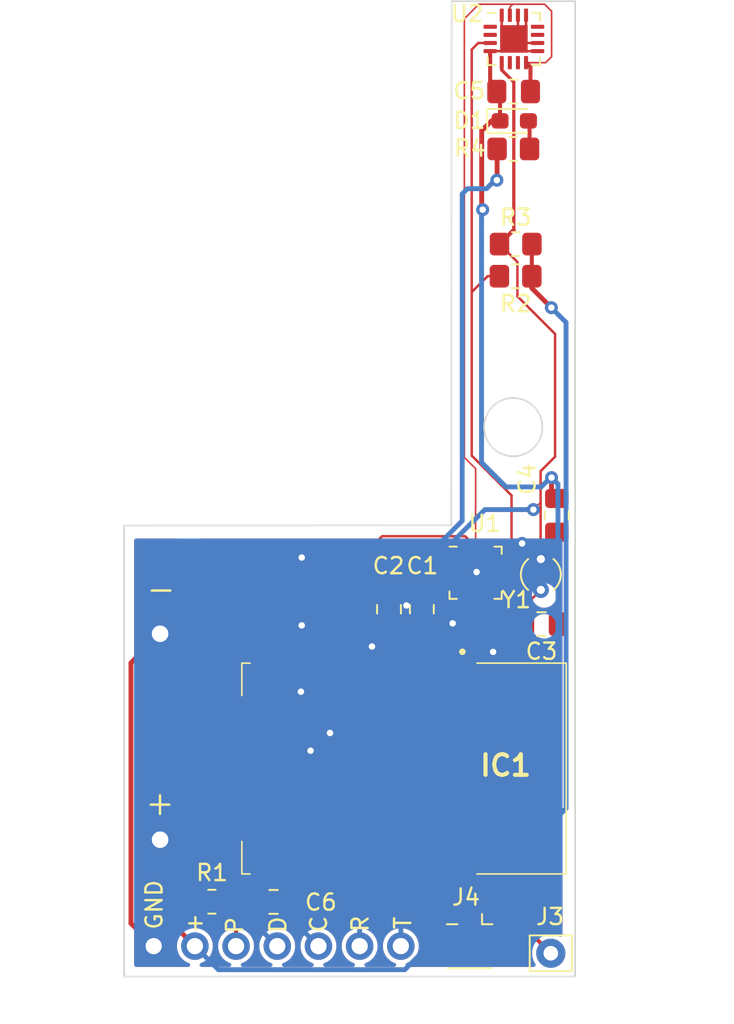
<source format=kicad_pcb>
(kicad_pcb (version 20221018) (generator pcbnew)
  (layers (0 "F.Cu" signal) (31 "B.Cu" signal) (34 "B.Paste" user) (35 "F.Paste" user) (36 "B.SilkS" user "B.Silkscreen") (37 "F.SilkS" user "F.Silkscreen") (38 "B.Mask" user) (39 "F.Mask" user) (44 "Edge.Cuts" user))
  (net 0 "")
  (net 1 "GND")
  (net 2 "VCC")
  (net 3 "Net-(U1-PB2)")
  (net 4 "Net-(IC1-VDD_IO)")
  (net 5 "Net-(D1-A)")
  (net 11 "Net-(IC1-GPIO4)")
  (net 18 "Net-(IC1-RST_N)")
  (net 23 "Net-(IC1-RF_IO)")
  (net 24 "Net-(U1-~{RESET}{slash}PA0)")
  (net 25 "/SCL")
  (net 26 "/SDA")
  (net 32 "/SF_RX")
  (net 33 "/SF_TX")
  (net 35 "Net-(J2-Pin_3)")
  (net 36 "Net-(U1-PB3)")
  (net 45 "Net-(U1-PC3)")
  (footprint "Crystal:Crystal_C26-LF_D2.1mm_L6.5mm_Vertical" (layer "F.Cu") (at 139.362 72.297 90)
    (fp_text reference "Y1" (at -0.611 -1.516) (layer "F.SilkS"))
    (fp_text value "32.768 kHz")
    (fp_arc (start 0 -0.781281) (mid 0.949655 -1.23) (end 1.899561 -0.781814) (stroke (width 0.12)) (layer "F.SilkS"))
    (fp_arc (start 1.899561 0.781814) (mid 0.949655 1.23) (end 0 0.781281) (stroke (width 0.12)) (layer "F.SilkS"))
    (pad "1" thru_hole circle (at 0 0 90) (size 1 1) (drill 0.5) (layers "*.Cu" "*.Mask") (net 36 "Net-(U1-PB3)"))
    (pad "2" thru_hole circle (at 1.9 0 90) (size 1 1) (drill 0.5) (layers "*.Cu" "*.Mask") (net 3 "Net-(U1-PB2)"))
  )
  (footprint "Connector_Pin:Pin_D0.9mm_L10.0mm_W2.4mm_FlatFork" (layer "F.Cu") (at 139.976 94.702)
    (fp_text reference "J3" (at -0.047 -2.254) (layer "F.SilkS"))
    (fp_text value "Conn_01x01_Female")
    (fp_line (start -1.3 -1.1) (end -1.3 0.6) (stroke (width 0.12)) (layer "F.SilkS"))
    (fp_line (start -1.3 0.6) (end -1.3 1.1) (stroke (width 0.12)) (layer "F.SilkS"))
    (fp_line (start -1.3 1.1) (end 1.3 1.1) (stroke (width 0.12)) (layer "F.SilkS"))
    (fp_line (start 1.3 -1.1) (end -1.3 -1.1) (stroke (width 0.12)) (layer "F.SilkS"))
    (fp_line (start 1.3 1.1) (end 1.3 -1.1) (stroke (width 0.12)) (layer "F.SilkS"))
    (pad "1" thru_hole circle (at 0 0) (size 1.8 1.8) (drill 0.9) (layers "*.Cu" "*.Mask") (net 23 "Net-(IC1-RF_IO)"))
  )
  (footprint "Capacitor_SMD:C_0805_2012Metric_Pad1.18x1.45mm_HandSolder" (layer "F.Cu") (at 132.024 73.4895 -90)
    (fp_text reference "C1" (at -2.6775 -0.03) (layer "F.SilkS"))
    (fp_text value "10u")
    (fp_line (start -0.261252 -0.735) (end 0.261252 -0.735) (stroke (width 0.12)) (layer "F.SilkS"))
    (fp_line (start -0.261252 0.735) (end 0.261252 0.735) (stroke (width 0.12)) (layer "F.SilkS"))
    (pad "1" smd roundrect (at -1.0375 0 270) (size 1.175 1.45) (layers "F.Cu" "F.Paste" "F.Mask") (roundrect_rratio 0.212766) (net 1 "GND"))
    (pad "2" smd roundrect (at 1.0375 0 270) (size 1.175 1.45) (layers "F.Cu" "F.Paste" "F.Mask") (roundrect_rratio 0.212766) (net 2 "VCC"))
  )
  (footprint "Package_DFN_QFN:QFN-16-1EP_3x3mm_P0.5mm_EP1.7x1.7mm" (layer "F.Cu") (at 137.7 38.323)
    (fp_text reference "U2" (at -2.883 -1.553) (layer "F.SilkS"))
    (fp_text value "MLX90393" hide)
    (fp_line (start -1.61 1.61) (end -1.61 1.135) (stroke (width 0.12)) (layer "F.SilkS"))
    (fp_line (start -1.135 -1.61) (end -1.61 -1.61) (stroke (width 0.12)) (layer "F.SilkS"))
    (fp_line (start -1.135 1.61) (end -1.61 1.61) (stroke (width 0.12)) (layer "F.SilkS"))
    (fp_line (start 1.135 -1.61) (end 1.61 -1.61) (stroke (width 0.12)) (layer "F.SilkS"))
    (fp_line (start 1.135 1.61) (end 1.61 1.61) (stroke (width 0.12)) (layer "F.SilkS"))
    (fp_line (start 1.61 -1.61) (end 1.61 -1.135) (stroke (width 0.12)) (layer "F.SilkS"))
    (fp_line (start 1.61 1.61) (end 1.61 1.135) (stroke (width 0.12)) (layer "F.SilkS"))
    (pad "1" smd roundrect (at -1.4625 -0.75) (size 0.825 0.25) (layers "F.Cu" "F.Paste" "F.Mask"))
    (pad "2" smd roundrect (at -1.4625 -0.25) (size 0.825 0.25) (layers "F.Cu" "F.Paste" "F.Mask"))
    (pad "3" smd roundrect (at -1.4625 0.25) (size 0.825 0.25) (layers "F.Cu" "F.Paste" "F.Mask") (net 25 "/SCL"))
    (pad "4" smd roundrect (at -1.4625 0.75) (size 0.825 0.25) (layers "F.Cu" "F.Paste" "F.Mask") (net 1 "GND"))
    (pad "5" smd roundrect (at -0.75 1.4625) (size 0.25 0.825) (layers "F.Cu" "F.Paste" "F.Mask") (net 26 "/SDA"))
    (pad "6" smd roundrect (at -0.25 1.4625) (size 0.25 0.825) (layers "F.Cu" "F.Paste" "F.Mask"))
    (pad "7" smd roundrect (at 0.25 1.4625) (size 0.25 0.825) (layers "F.Cu" "F.Paste" "F.Mask"))
    (pad "8" smd roundrect (at 0.75 1.4625) (size 0.25 0.825) (layers "F.Cu" "F.Paste" "F.Mask") (net 45 "Net-(U1-PC3)"))
    (pad "9" smd roundrect (at 1.4625 0.75) (size 0.825 0.25) (layers "F.Cu" "F.Paste" "F.Mask") (net 1 "GND"))
    (pad "10" smd roundrect (at 1.4625 0.25) (size 0.825 0.25) (layers "F.Cu" "F.Paste" "F.Mask") (net 1 "GND"))
    (pad "11" smd roundrect (at 1.4625 -0.25) (size 0.825 0.25) (layers "F.Cu" "F.Paste" "F.Mask"))
    (pad "12" smd roundrect (at 1.4625 -0.75) (size 0.825 0.25) (layers "F.Cu" "F.Paste" "F.Mask"))
    (pad "13" smd roundrect (at 0.75 -1.4625) (size 0.25 0.825) (layers "F.Cu" "F.Paste" "F.Mask") (net 1 "GND"))
    (pad "14" smd roundrect (at 0.25 -1.4625) (size 0.25 0.825) (layers "F.Cu" "F.Paste" "F.Mask") (net 1 "GND"))
    (pad "15" smd roundrect (at -0.25 -1.4625) (size 0.25 0.825) (layers "F.Cu" "F.Paste" "F.Mask") (net 45 "Net-(U1-PC3)"))
    (pad "16" smd roundrect (at -0.75 -1.4625) (size 0.25 0.825) (layers "F.Cu" "F.Paste" "F.Mask") (net 1 "GND"))
    (pad "17" smd rect (at 0 0) (size 1.7 1.7) (layers "F.Cu" "F.Mask") (net 1 "GND"))
  )
  (footprint "Capacitor_SMD:C_0805_2012Metric_Pad1.18x1.45mm_HandSolder" (layer "F.Cu") (at 129.997 73.4905 -90)
    (fp_text reference "C2" (at -2.6785 0.031) (layer "F.SilkS"))
    (fp_text value "100n")
    (fp_line (start -0.261252 -0.735) (end 0.261252 -0.735) (stroke (width 0.12)) (layer "F.SilkS"))
    (fp_line (start -0.261252 0.735) (end 0.261252 0.735) (stroke (width 0.12)) (layer "F.SilkS"))
    (pad "1" smd roundrect (at -1.0375 0 270) (size 1.175 1.45) (layers "F.Cu" "F.Paste" "F.Mask") (roundrect_rratio 0.212766) (net 1 "GND"))
    (pad "2" smd roundrect (at 1.0375 0 270) (size 1.175 1.45) (layers "F.Cu" "F.Paste" "F.Mask") (roundrect_rratio 0.212766) (net 2 "VCC"))
  )
  (footprint "Resistor_SMD:R_0805_2012Metric_Pad1.20x1.40mm_HandSolder" (layer "F.Cu") (at 137.807 52.954)
    (fp_text reference "R2" (at 0.003 1.695) (layer "F.SilkS"))
    (fp_text value "2.2k")
    (fp_line (start -0.227064 -0.735) (end 0.227064 -0.735) (stroke (width 0.12)) (layer "F.SilkS"))
    (fp_line (start -0.227064 0.735) (end 0.227064 0.735) (stroke (width 0.12)) (layer "F.SilkS"))
    (pad "1" smd roundrect (at -1 0) (size 1.2 1.4) (layers "F.Cu" "F.Paste" "F.Mask") (roundrect_rratio 0.208333) (net 25 "/SCL"))
    (pad "2" smd roundrect (at 1 0) (size 1.2 1.4) (layers "F.Cu" "F.Paste" "F.Mask") (roundrect_rratio 0.208333) (net 2 "VCC"))
  )
  (footprint "Capacitor_SMD:C_0805_2012Metric_Pad1.18x1.45mm_HandSolder" (layer "F.Cu") (at 137.6845 41.567)
    (fp_text reference "C5" (at -2.7385 -0.042) (layer "F.SilkS"))
    (fp_text value "100n")
    (fp_line (start -0.261252 -0.735) (end 0.261252 -0.735) (stroke (width 0.12)) (layer "F.SilkS"))
    (fp_line (start -0.261252 0.735) (end 0.261252 0.735) (stroke (width 0.12)) (layer "F.SilkS"))
    (pad "1" smd roundrect (at -1.0375 0) (size 1.175 1.45) (layers "F.Cu" "F.Paste" "F.Mask") (roundrect_rratio 0.212766) (net 1 "GND"))
    (pad "2" smd roundrect (at 1.0375 0) (size 1.175 1.45) (layers "F.Cu" "F.Paste" "F.Mask") (roundrect_rratio 0.212766) (net 45 "Net-(U1-PC3)"))
  )
  (footprint "Capacitor_SMD:C_0805_2012Metric_Pad1.18x1.45mm_HandSolder" (layer "F.Cu") (at 140.348 67.6985 -90)
    (fp_text reference "C4" (at -2.2245 1.825 90) (layer "F.SilkS"))
    (fp_text value "20p")
    (fp_line (start -0.261252 -0.735) (end 0.261252 -0.735) (stroke (width 0.12)) (layer "F.SilkS"))
    (fp_line (start -0.261252 0.735) (end 0.261252 0.735) (stroke (width 0.12)) (layer "F.SilkS"))
    (pad "1" smd roundrect (at -1.0375 0 270) (size 1.175 1.45) (layers "F.Cu" "F.Paste" "F.Mask") (roundrect_rratio 0.212766) (net 1 "GND"))
    (pad "2" smd roundrect (at 1.0375 0 270) (size 1.175 1.45) (layers "F.Cu" "F.Paste" "F.Mask") (roundrect_rratio 0.212766) (net 3 "Net-(U1-PB2)"))
  )
  (footprint "Capacitor_SMD:C_0805_2012Metric_Pad1.18x1.45mm_HandSolder" (layer "F.Cu") (at 139.4015 74.407 180)
    (fp_text reference "C3" (at 0 -1.68) (layer "F.SilkS"))
    (fp_text value "20p")
    (fp_line (start -0.261252 -0.735) (end 0.261252 -0.735) (stroke (width 0.12)) (layer "F.SilkS"))
    (fp_line (start -0.261252 0.735) (end 0.261252 0.735) (stroke (width 0.12)) (layer "F.SilkS"))
    (pad "1" smd roundrect (at -1.0375 0 180) (size 1.175 1.45) (layers "F.Cu" "F.Paste" "F.Mask") (roundrect_rratio 0.212766) (net 1 "GND"))
    (pad "2" smd roundrect (at 1.0375 0 180) (size 1.175 1.45) (layers "F.Cu" "F.Paste" "F.Mask") (roundrect_rratio 0.212766) (net 36 "Net-(U1-PB3)"))
  )
  (footprint "Resistor_SMD:R_0805_2012Metric_Pad1.20x1.40mm_HandSolder" (layer "F.Cu") (at 137.665 45.106)
    (fp_text reference "R4" (at -2.679 -0.042) (layer "F.SilkS"))
    (fp_text value "330" hide)
    (fp_line (start -0.227064 -0.735) (end 0.227064 -0.735) (stroke (width 0.12)) (layer "F.SilkS"))
    (fp_line (start -0.227064 0.735) (end 0.227064 0.735) (stroke (width 0.12)) (layer "F.SilkS"))
    (pad "1" smd roundrect (at -1 0) (size 1.2 1.4) (layers "F.Cu" "F.Paste" "F.Mask") (roundrect_rratio 0.208333) (net 11 "Net-(IC1-GPIO4)"))
    (pad "2" smd roundrect (at 1 0) (size 1.2 1.4) (layers "F.Cu" "F.Paste" "F.Mask") (roundrect_rratio 0.208333) (net 5 "Net-(D1-A)"))
  )
  (footprint "Capacitor_SMD:C_0805_2012Metric_Pad1.18x1.45mm_HandSolder" (layer "F.Cu") (at 122.878 91.535)
    (fp_text reference "C6" (at 2.92 0.024) (layer "F.SilkS"))
    (fp_text value "100n")
    (fp_line (start -0.261252 -0.735) (end 0.261252 -0.735) (stroke (width 0.12)) (layer "F.SilkS"))
    (fp_line (start -0.261252 0.735) (end 0.261252 0.735) (stroke (width 0.12)) (layer "F.SilkS"))
    (pad "1" smd roundrect (at -1.0375 0) (size 1.175 1.45) (layers "F.Cu" "F.Paste" "F.Mask") (roundrect_rratio 0.212766) (net 1 "GND"))
    (pad "2" smd roundrect (at 1.0375 0) (size 1.175 1.45) (layers "F.Cu" "F.Paste" "F.Mask") (roundrect_rratio 0.212766) (net 4 "Net-(IC1-VDD_IO)"))
  )
  (footprint "WSSFM11R2DAT:WSSFM11R2DAT" (layer "F.Cu") (at 130.926 83.312 -90)
    (fp_text reference "IC1" (at -0.187 -6.264) (layer "F.SilkS") (effects (font (size 1.27 1.27) (thickness 0.254))))
    (fp_text value "WSSFM11R2DAT" hide)
    (fp_line (start -7.2 -3.7) (end -7.2 -3.7) (stroke (width 0.2)) (layer "F.SilkS"))
    (fp_line (start -7.2 -3.5) (end -7.2 -3.5) (stroke (width 0.2)) (layer "F.SilkS"))
    (fp_line (start -6.5 -10) (end 6.5 -10) (stroke (width 0.1)) (layer "F.SilkS"))
    (fp_line (start -6.5 -4.5) (end -6.5 -10) (stroke (width 0.1)) (layer "F.SilkS"))
    (fp_line (start -6.5 10) (end -6.5 9.5) (stroke (width 0.1)) (layer "F.SilkS"))
    (fp_line (start -4.5 10) (end -6.5 10) (stroke (width 0.1)) (layer "F.SilkS"))
    (fp_line (start 4.5 10) (end 6.5 10) (stroke (width 0.1)) (layer "F.SilkS"))
    (fp_line (start 6.5 -10) (end 6.5 -4.5) (stroke (width 0.1)) (layer "F.SilkS"))
    (fp_line (start 6.5 10) (end 6.5 9.5) (stroke (width 0.1)) (layer "F.SilkS"))
    (fp_arc (start -7.2 -3.7) (mid -7.1 -3.6) (end -7.2 -3.5) (stroke (width 0.2)) (layer "F.SilkS"))
    (fp_arc (start -7.2 -3.5) (mid -7.3 -3.6) (end -7.2 -3.7) (stroke (width 0.2)) (layer "F.SilkS"))
    (pad "1" smd rect locked (at -5.86 -3.55) (size 0.7 1) (layers "F.Cu" "F.Paste" "F.Mask") (net 1 "GND"))
    (pad "2" smd rect locked (at -5.86 -2.45) (size 0.7 1) (layers "F.Cu" "F.Paste" "F.Mask") (net 1 "GND"))
    (pad "3" smd rect locked (at -5.86 -1.35) (size 0.7 1) (layers "F.Cu" "F.Paste" "F.Mask") (net 1 "GND"))
    (pad "4" smd rect locked (at -5.86 -0.25) (size 0.7 1) (layers "F.Cu" "F.Paste" "F.Mask") (net 1 "GND"))
    (pad "5" smd rect locked (at -5.86 0.85) (size 0.7 1) (layers "F.Cu" "F.Paste" "F.Mask"))
    (pad "6" smd rect locked (at -5.86 1.95) (size 0.7 1) (layers "F.Cu" "F.Paste" "F.Mask"))
    (pad "7" smd rect locked (at -5.86 3.05) (size 0.7 1) (layers "F.Cu" "F.Paste" "F.Mask"))
    (pad "8" smd rect locked (at -5.86 4.15) (size 0.7 1) (layers "F.Cu" "F.Paste" "F.Mask"))
    (pad "9" smd rect locked (at -5.86 5.25) (size 0.7 1) (layers "F.Cu" "F.Paste" "F.Mask"))
    (pad "10" smd rect locked (at -5.86 6.35) (size 0.7 1) (layers "F.Cu" "F.Paste" "F.Mask") (net 11 "Net-(IC1-GPIO4)"))
    (pad "11" smd rect locked (at -5.86 7.45) (size 0.7 1) (layers "F.Cu" "F.Paste" "F.Mask"))
    (pad "12" smd rect locked (at -5.86 8.55) (size 0.7 1) (layers "F.Cu" "F.Paste" "F.Mask"))
    (pad "13" smd rect locked (at -3.3 9.36 270) (size 0.7 1) (layers "F.Cu" "F.Paste" "F.Mask"))
    (pad "14" smd rect locked (at -2.2 9.36 270) (size 0.7 1) (layers "F.Cu" "F.Paste" "F.Mask") (net 33 "/SF_TX"))
    (pad "15" smd rect locked (at -1.1 9.36 270) (size 0.7 1) (layers "F.Cu" "F.Paste" "F.Mask") (net 32 "/SF_RX"))
    (pad "16" smd rect locked (at 0 9.36 270) (size 0.7 1) (layers "F.Cu" "F.Paste" "F.Mask"))
    (pad "17" smd rect locked (at 1.1 9.36 270) (size 0.7 1) (layers "F.Cu" "F.Paste" "F.Mask"))
    (pad "18" smd rect locked (at 2.2 9.36 270) (size 0.7 1) (layers "F.Cu" "F.Paste" "F.Mask"))
    (pad "19" smd rect locked (at 3.3 9.36 270) (size 0.7 1) (layers "F.Cu" "F.Paste" "F.Mask") (net 18 "Net-(IC1-RST_N)"))
    (pad "20" smd rect locked (at 5.86 8.55) (size 0.7 1) (layers "F.Cu" "F.Paste" "F.Mask") (net 1 "GND"))
    (pad "21" smd rect locked (at 5.86 7.45) (size 0.7 1) (layers "F.Cu" "F.Paste" "F.Mask") (net 4 "Net-(IC1-VDD_IO)"))
    (pad "22" smd rect locked (at 5.86 6.35) (size 0.7 1) (layers "F.Cu" "F.Paste" "F.Mask") (net 1 "GND"))
    (pad "23" smd rect locked (at 5.86 5.25) (size 0.7 1) (layers "F.Cu" "F.Paste" "F.Mask"))
    (pad "24" smd rect locked (at 5.86 4.15) (size 0.7 1) (layers "F.Cu" "F.Paste" "F.Mask"))
    (pad "25" smd rect locked (at 5.86 3.05) (size 0.7 1) (layers "F.Cu" "F.Paste" "F.Mask"))
    (pad "26" smd rect locked (at 5.86 1.95) (size 0.7 1) (layers "F.Cu" "F.Paste" "F.Mask"))
    (pad "27" smd rect locked (at 5.86 0.85) (size 0.7 1) (layers "F.Cu" "F.Paste" "F.Mask") (net 1 "GND"))
    (pad "28" smd rect locked (at 5.86 -0.25) (size 0.7 1) (layers "F.Cu" "F.Paste" "F.Mask") (net 1 "GND"))
    (pad "29" smd rect locked (at 5.86 -1.35) (size 0.7 1) (layers "F.Cu" "F.Paste" "F.Mask") (net 1 "GND"))
    (pad "30" smd rect locked (at 5.86 -2.45) (size 0.7 1) (layers "F.Cu" "F.Paste" "F.Mask") (net 23 "Net-(IC1-RF_IO)"))
    (pad "31" smd rect locked (at 5.86 -3.55) (size 0.7 1) (layers "F.Cu" "F.Paste" "F.Mask") (net 1 "GND"))
  )
  (footprint "Connector_Coaxial:U.FL_Hirose_U.FL-R-SMT-1_Vertical" (layer "F.Cu") (at 134.975 93.798 -90)
    (fp_text reference "J4" (at -2.551 0.226) (layer "F.SilkS"))
    (fp_text value "Antenna")
    (fp_line (start -0.885 -1.4) (end -0.885 -0.76) (stroke (width 0.12)) (layer "F.SilkS"))
    (fp_line (start -0.885 -0.76) (end -1.515 -0.76) (stroke (width 0.12)) (layer "F.SilkS"))
    (fp_line (start -0.885 1.4) (end -0.885 0.76) (stroke (width 0.12)) (layer "F.SilkS"))
    (fp_line (start 1.835 -1.35) (end 1.835 1.35) (stroke (width 0.12)) (layer "F.SilkS"))
    (pad "1" smd rect (at -1.05 0 270) (size 1.05 1) (layers "F.Cu" "F.Paste" "F.Mask") (net 23 "Net-(IC1-RF_IO)"))
    (pad "2" smd rect (at 0.475 -1.475 270) (size 2.2 1.05) (layers "F.Cu" "F.Paste" "F.Mask") (net 1 "GND"))
    (pad "2" smd rect (at 0.475 1.475 270) (size 2.2 1.05) (layers "F.Cu" "F.Paste" "F.Mask") (net 1 "GND"))
  )
  (footprint "Resistor_SMD:R_0805_2012Metric_Pad1.20x1.40mm_HandSolder" (layer "F.Cu") (at 119.078 91.525)
    (fp_text reference "R1" (at 0.007 -1.79) (layer "F.SilkS"))
    (fp_text value "470")
    (fp_line (start -0.227064 -0.735) (end 0.227064 -0.735) (stroke (width 0.12)) (layer "F.SilkS"))
    (fp_line (start -0.227064 0.735) (end 0.227064 0.735) (stroke (width 0.12)) (layer "F.SilkS"))
    (pad "1" smd roundrect (at -1 0) (size 1.2 1.4) (layers "F.Cu" "F.Paste" "F.Mask") (roundrect_rratio 0.2083333333) (net 24 "Net-(U1-~{RESET}{slash}PA0)"))
    (pad "2" smd roundrect (at 1 0) (size 1.2 1.4) (layers "F.Cu" "F.Paste" "F.Mask") (roundrect_rratio 0.2083333333) (net 35 "Net-(J2-Pin_3)"))
  )
  (footprint "LED_SMD:LED_0603_1608Metric_Pad1.05x0.95mm_HandSolder" (layer "F.Cu") (at 137.721 43.375)
    (fp_text reference "D1" (at -2.764 -0.025) (layer "F.SilkS"))
    (fp_text value "LED_Small" hide)
    (fp_line (start -1.66 -0.735) (end -1.66 0.735) (stroke (width 0.12)) (layer "F.SilkS"))
    (fp_line (start -1.66 0.735) (end 0.8 0.735) (stroke (width 0.12)) (layer "F.SilkS"))
    (fp_line (start 0.8 -0.735) (end -1.66 -0.735) (stroke (width 0.12)) (layer "F.SilkS"))
    (pad "1" smd roundrect (at -0.875 0) (size 1.05 0.95) (layers "F.Cu" "F.Paste" "F.Mask") (net 1 "GND"))
    (pad "2" smd roundrect (at 0.875 0) (size 1.05 0.95) (layers "F.Cu" "F.Paste" "F.Mask") (net 5 "Net-(D1-A)"))
  )
  (footprint "Battery:BatteryHolder_Keystone_2468_2xAAA" (layer "F.Cu") (at 115.883 75.001)
    (fp_text reference "J1" hide)
    (fp_text value "Battery" hide)
    (fp_text user "-" (at 0.058 -2.78) (layer "F.SilkS") (effects (font (size 1.5 1.5))))
    (fp_text user "+" (at -0.006 10.421) (layer "F.SilkS") (effects (font (size 1.5 1.5))))
    (pad "1" thru_hole rect (at 0 0) (size 2 2) (drill 1.02) (layers "*.Cu" "*.Mask") (net 1 "GND"))
    (pad "2" thru_hole circle (at 0 12.7) (size 2 2) (drill 1.02) (layers "*.Cu" "*.Mask") (net 2 "VCC"))
  )
  (footprint "Resistor_SMD:R_0805_2012Metric_Pad1.20x1.40mm_HandSolder" (layer "F.Cu") (at 137.813 50.973)
    (fp_text reference "R3" (at 0 -1.65) (layer "F.SilkS"))
    (fp_text value "2.2k")
    (fp_line (start -0.227064 -0.735) (end 0.227064 -0.735) (stroke (width 0.12)) (layer "F.SilkS"))
    (fp_line (start -0.227064 0.735) (end 0.227064 0.735) (stroke (width 0.12)) (layer "F.SilkS"))
    (pad "1" smd roundrect (at -1 0) (size 1.2 1.4) (layers "F.Cu" "F.Paste" "F.Mask") (roundrect_rratio 0.208333) (net 26 "/SDA"))
    (pad "2" smd roundrect (at 1 0) (size 1.2 1.4) (layers "F.Cu" "F.Paste" "F.Mask") (roundrect_rratio 0.208333) (net 2 "VCC"))
  )
  (footprint "Package_DFN_QFN:VQFN-20-1EP_3x3mm_P0.4mm_EP1.7x1.7mm" (layer "F.Cu") (at 135.339 71.238)
    (fp_text reference "U1" (at 0.565 -3.035) (layer "F.SilkS"))
    (fp_text value "ATtiny826-X")
    (fp_line (start -1.61 1.61) (end -1.61 1.16) (stroke (width 0.12)) (layer "F.SilkS"))
    (fp_line (start -1.16 -1.61) (end -1.61 -1.61) (stroke (width 0.12)) (layer "F.SilkS"))
    (fp_line (start -1.16 1.61) (end -1.61 1.61) (stroke (width 0.12)) (layer "F.SilkS"))
    (fp_line (start 1.16 -1.61) (end 1.61 -1.61) (stroke (width 0.12)) (layer "F.SilkS"))
    (fp_line (start 1.16 1.61) (end 1.61 1.61) (stroke (width 0.12)) (layer "F.SilkS"))
    (fp_line (start 1.61 -1.61) (end 1.61 -1.16) (stroke (width 0.12)) (layer "F.SilkS"))
    (fp_line (start 1.61 1.61) (end 1.61 1.16) (stroke (width 0.12)) (layer "F.SilkS"))
    (pad "1" smd custom (at -1.45 -0.8) (size 0.143431 0.143431) (layers "F.Cu" "F.Paste" "F.Mask") (net 33 "/SF_TX") (options (clearance outline) (anchor circle)) (primitives (gr_poly (pts (xy 0.35 0.000711) (xy 0.35 0.05) (xy -0.35 0.05) (xy -0.35 -0.05) (xy 0.299289 -0.05)) (width 0.1) (fill yes))))
    (pad "2" smd roundrect (at -1.45 -0.4) (size 0.8 0.2) (layers "F.Cu" "F.Paste" "F.Mask"))
    (pad "3" smd roundrect (at -1.45 0) (size 0.8 0.2) (layers "F.Cu" "F.Paste" "F.Mask") (net 1 "GND"))
    (pad "4" smd roundrect (at -1.45 0.4) (size 0.8 0.2) (layers "F.Cu" "F.Paste" "F.Mask") (net 2 "VCC"))
    (pad "5" smd custom (at -1.45 0.8) (size 0.143431 0.143431) (layers "F.Cu" "F.Paste" "F.Mask") (options (clearance outline) (anchor circle)) (primitives (gr_poly (pts (xy 0.35 -0.000711) (xy 0.299289 0.05) (xy -0.35 0.05) (xy -0.35 -0.05) (xy 0.35 -0.05)) (width 0.1) (fill yes))))
    (pad "6" smd custom (at -0.8 1.45) (size 0.143431 0.143431) (layers "F.Cu" "F.Paste" "F.Mask") (options (clearance outline) (anchor circle)) (primitives (gr_poly (pts (xy 0.05 0.35) (xy -0.05 0.35) (xy -0.05 -0.299289) (xy 0.000711 -0.35) (xy 0.05 -0.35)) (width 0.1) (fill yes))))
    (pad "7" smd roundrect (at -0.4 1.45) (size 0.2 0.8) (layers "F.Cu" "F.Paste" "F.Mask") (net 18 "Net-(IC1-RST_N)"))
    (pad "8" smd roundrect (at 0 1.45) (size 0.2 0.8) (layers "F.Cu" "F.Paste" "F.Mask"))
    (pad "9" smd roundrect (at 0.4 1.45) (size 0.2 0.8) (layers "F.Cu" "F.Paste" "F.Mask"))
    (pad "10" smd custom (at 0.8 1.45) (size 0.143431 0.143431) (layers "F.Cu" "F.Paste" "F.Mask") (options (clearance outline) (anchor circle)) (primitives (gr_poly (pts (xy 0.05 -0.299289) (xy 0.05 0.35) (xy -0.05 0.35) (xy -0.05 -0.35) (xy -0.000711 -0.35)) (width 0.1) (fill yes))))
    (pad "11" smd custom (at 1.45 0.8) (size 0.143431 0.143431) (layers "F.Cu" "F.Paste" "F.Mask") (net 36 "Net-(U1-PB3)") (options (clearance outline) (anchor circle)) (primitives (gr_poly (pts (xy 0.35 0.05) (xy -0.299289 0.05) (xy -0.35 -0.000711) (xy -0.35 -0.05) (xy 0.35 -0.05)) (width 0.1) (fill yes))))
    (pad "12" smd roundrect (at 1.45 0.4) (size 0.8 0.2) (layers "F.Cu" "F.Paste" "F.Mask") (net 3 "Net-(U1-PB2)"))
    (pad "13" smd roundrect (at 1.45 0) (size 0.8 0.2) (layers "F.Cu" "F.Paste" "F.Mask") (net 26 "/SDA"))
    (pad "14" smd roundrect (at 1.45 -0.4) (size 0.8 0.2) (layers "F.Cu" "F.Paste" "F.Mask") (net 25 "/SCL"))
    (pad "15" smd custom (at 1.45 -0.8) (size 0.143431 0.143431) (layers "F.Cu" "F.Paste" "F.Mask") (options (clearance outline) (anchor circle)) (primitives (gr_poly (pts (xy 0.35 0.05) (xy -0.35 0.05) (xy -0.35 0.000711) (xy -0.299289 -0.05) (xy 0.35 -0.05)) (width 0.1) (fill yes))))
    (pad "16" smd custom (at 0.8 -1.45) (size 0.143431 0.143431) (layers "F.Cu" "F.Paste" "F.Mask") (options (clearance outline) (anchor circle)) (primitives (gr_poly (pts (xy 0.05 0.299289) (xy -0.000711 0.35) (xy -0.05 0.35) (xy -0.05 -0.35) (xy 0.05 -0.35)) (width 0.1) (fill yes))))
    (pad "17" smd roundrect (at 0.4 -1.45) (size 0.2 0.8) (layers "F.Cu" "F.Paste" "F.Mask"))
    (pad "18" smd roundrect (at 0 -1.45) (size 0.2 0.8) (layers "F.Cu" "F.Paste" "F.Mask") (net 45 "Net-(U1-PC3)"))
    (pad "19" smd roundrect (at -0.4 -1.45) (size 0.2 0.8) (layers "F.Cu" "F.Paste" "F.Mask") (net 24 "Net-(U1-~{RESET}{slash}PA0)"))
    (pad "20" smd custom (at -0.8 -1.45) (size 0.143431 0.143431) (layers "F.Cu" "F.Paste" "F.Mask") (net 32 "/SF_RX") (options (clearance outline) (anchor circle)) (primitives (gr_poly (pts (xy 0.05 0.35) (xy 0.000711 0.35) (xy -0.05 0.299289) (xy -0.05 -0.35) (xy 0.05 -0.35)) (width 0.1) (fill yes))))
    (pad "21" smd rect (at 0 0) (size 1.7 1.7) (layers "F.Cu" "F.Mask") (net 1 "GND"))
  )
  (footprint "Connector_PinHeader_2.54mm:PinHeader_1x07_P2.54mm_Vertical" (layer "B.Cu") (at 115.488 94.262 -90)
    (fp_text reference "J2" hide)
    (fp_text value "Conn_01x07_Socket" hide)
    (pad "1" thru_hole rect (at 0 0 270) (size 1.7 1.7) (drill 1) (layers "*.Cu" "*.Mask") (net 1 "GND"))
    (pad "2" thru_hole oval (at 0 -2.54 270) (size 1.7 1.7) (drill 1) (layers "*.Cu" "*.Mask") (net 2 "VCC"))
    (pad "3" thru_hole oval (at 0 -5.08 270) (size 1.7 1.7) (drill 1) (layers "*.Cu" "*.Mask") (net 35 "Net-(J2-Pin_3)"))
    (pad "4" thru_hole oval (at 0 -7.62 270) (size 1.7 1.7) (drill 1) (layers "*.Cu" "*.Mask") (net 26 "/SDA"))
    (pad "5" thru_hole oval (at 0 -10.16 270) (size 1.7 1.7) (drill 1) (layers "*.Cu" "*.Mask") (net 25 "/SCL"))
    (pad "6" thru_hole oval (at 0 -12.7 270) (size 1.7 1.7) (drill 1) (layers "*.Cu" "*.Mask") (net 32 "/SF_RX"))
    (pad "7" thru_hole oval (at 0 -15.24 270) (size 1.7 1.7) (drill 1) (layers "*.Cu" "*.Mask") (net 33 "/SF_TX"))
  )
  (gr_line locked (start 141.478 96.139) (end 113.665 96.139) (stroke (width 0.1)) (layer "Edge.Cuts"))
  (gr_circle (center 137.66 62.26) (end 137.914 60.482) (stroke (width 0.1)) (fill none) (layer "Edge.Cuts"))
  (gr_line locked (start 141.478 36) (end 141.478 96.139) (stroke (width 0.1)) (layer "Edge.Cuts"))
  (gr_line locked (start 113.665 96.139) (end 113.665 68.326) (stroke (width 0.1)) (layer "Edge.Cuts"))
  (gr_line locked (start 133.858 36) (end 141.478 36) (stroke (width 0.1)) (layer "Edge.Cuts"))
  (gr_line locked (start 133.858 36) (end 133.84 68.32) (stroke (width 0.1)) (layer "Edge.Cuts"))
  (gr_line locked (start 113.665 68.326) (end 133.84 68.32) (stroke (width 0.1)) (layer "Edge.Cuts"))
  (gr_text "GND" (at 116.105 93.335 90) (layer "F.SilkS") (effects (font (size 1 1)) (justify left bottom)))
  (gr_text "P" (at 121.073 93.572 90) (layer "F.SilkS") (effects (font (size 1 1)) (justify left bottom)))
  (gr_text "T" (at 131.442 93.31 90) (layer "F.SilkS") (effects (font (size 1 1)) (justify left bottom)))
  (gr_text "C" (at 126.249 93.502 90) (layer "F.SilkS") (effects (font (size 1 1)) (justify left bottom)))
  (gr_text "R" (at 128.811 93.478 90) (layer "F.SilkS") (effects (font (size 1 1)) (justify left bottom)))
  (gr_text "D" (at 123.74 93.537 90) (layer "F.SilkS") (effects (font (size 1 1)) (justify left bottom)))
  (gr_text "+" (at 118.57 93.578 90) (layer "F.SilkS") (effects (font (size 1 1)) (justify left bottom)))
  (segment (start 136.95 39.073) (end 137.7 38.323) (width 0.15) (layer "F.Cu") (net 1))
  (segment (start 131.077 73.256) (end 130.8 73.256) (width 0.3) (layer "F.Cu") (net 1))
  (segment (start 139.1625 39.073) (end 138.45 39.073) (width 0.15) (layer "F.Cu") (net 1))
  (segment (start 131.22 73.256) (end 132.024 72.452) (width 0.3) (layer "F.Cu") (net 1))
  (segment (start 132.024 72.452) (end 129.998 72.452) (width 0.15) (layer "F.Cu") (net 1))
  (segment (start 136.45 94.273) (end 133.5 94.273) (width 0.25) (layer "F.Cu") (net 1))
  (segment (start 121.8405 91.535) (end 121.8405 89.7075) (width 0.25) (layer "F.Cu") (net 1))
  (segment (start 136.846 43.375) (end 136.321 43.375) (width 0.3) (layer "F.Cu") (net 1))
  (segment (start 134.476 74.914) (end 133.922 74.36) (width 0.3) (layer "F.Cu") (net 1))
  (segment (start 132.024 72.452) (end 132.024 71.772) (width 0.15) (layer "F.Cu") (net 1))
  (segment (start 136.95 36.8605) (end 136.95 37.573) (width 0.15) (layer "F.Cu") (net 1))
  (segment (start 137.95 36.8605) (end 137.95 38.073) (width 0.15) (layer "F.Cu") (net 1))
  (segment (start 139.705 76.118) (end 136.418 76.118) (width 0.3) (layer "F.Cu") (net 1))
  (segment (start 140.0225 66.3355) (end 140.348 66.661) (width 0.3) (layer "F.Cu") (net 1))
  (segment (start 137.95 38.573) (end 137.7 38.323) (width 0.15) (layer "F.Cu") (net 1))
  (segment (start 115.488 94.262) (end 114.085 92.859) (width 0.3) (layer "F.Cu") (net 1))
  (segment (start 136.846 41.766) (end 136.647 41.567) (width 0.25) (layer "F.Cu") (net 1))
  (segment (start 135.38 71.197) (end 135.339 71.238) (width 0.3) (layer "F.Cu") (net 1))
  (segment (start 132.276 77.452) (end 131.176 77.452) (width 0.2) (layer "F.Cu") (net 1))
  (segment (start 134.476 77.452) (end 134.476 74.914) (width 0.3) (layer "F.Cu") (net 1))
  (segment (start 129.998 72.452) (end 129.997 72.453) (width 0.15) (layer "F.Cu") (net 1))
  (segment (start 132.024 71.772) (end 132.558 71.238) (width 0.15) (layer "F.Cu") (net 1))
  (segment (start 140.492 74.354) (end 140.439 74.407) (width 0.15) (layer "F.Cu") (net 1))
  (segment (start 114.085 92.859) (end 114.085 76.799) (width 0.3) (layer "F.Cu") (net 1))
  (segment (start 138.45 37.573) (end 137.7 38.323) (width 0.15) (layer "F.Cu") (net 1))
  (segment (start 114.085 76.799) (end 115.883 75.001) (width 0.3) (layer "F.Cu") (net 1))
  (segment (start 134.476 88.403) (end 134.476 89.172) (width 0.2) (layer "F.Cu") (net 1))
  (segment (start 136.95 37.573) (end 137.7 38.323) (width 0.15) (layer "F.Cu") (net 1))
  (segment (start 138.45 36.8605) (end 138.45 37.573) (width 0.15) (layer "F.Cu") (net 1))
  (segment (start 132.276 93.049) (end 132.276 89.172) (width 0.25) (layer "F.Cu") (net 1))
  (segment (start 135.399 71.197) (end 135.38 71.197) (width 0.3) (layer "F.Cu") (net 1))
  (segment (start 135.715 43.981) (end 135.715 48.7905) (width 0.3) (layer "F.Cu") (net 1))
  (segment (start 134.277 88.204) (end 134.476 88.403) (width 0.2) (layer "F.Cu") (net 1))
  (segment (start 131.077 73.256) (end 131.22 73.256) (width 0.3) (layer "F.Cu") (net 1))
  (segment (start 136.321 43.375) (end 135.715 43.981) (width 0.3) (layer "F.Cu") (net 1))
  (segment (start 132.276 89.172) (end 132.276 88.521) (width 0.2) (layer "F.Cu") (net 1))
  (segment (start 138.45 39.073) (end 137.7 38.323) (width 0.15) (layer "F.Cu") (net 1))
  (segment (start 133.889 71.238) (end 135.339 71.238) (width 0.15) (layer "F.Cu") (net 1))
  (segment (start 132.593 88.204) (end 134.277 88.204) (width 0.2) (layer "F.Cu") (net 1))
  (segment (start 140.0225 65.373) (end 140.0225 66.3355) (width 0.3) (layer "F.Cu") (net 1))
  (segment (start 137.95 38.073) (end 137.7 38.323) (width 0.15) (layer "F.Cu") (net 1))
  (segment (start 132.276 77.452) (end 133.376 77.452) (width 0.2) (layer "F.Cu") (net 1))
  (segment (start 136.2375 39.073) (end 136.95 39.073) (width 0.15) (layer "F.Cu") (net 1))
  (segment (start 133.376 77.452) (end 134.476 77.452) (width 0.2) (layer "F.Cu") (net 1))
  (segment (start 136.846 43.375) (end 136.846 41.766) (width 0.25) (layer "F.Cu") (net 1))
  (segment (start 132.558 71.238) (end 133.889 71.238) (width 0.15) (layer "F.Cu") (net 1))
  (segment (start 133.5 94.273) (end 132.276 93.049) (width 0.25) (layer "F.Cu") (net 1))
  (segment (start 140.439 75.384) (end 139.705 76.118) (width 0.3) (layer "F.Cu") (net 1))
  (segment (start 136.2375 41.1575) (end 136.2375 39.073) (width 0.25) (layer "F.Cu") (net 1))
  (segment (start 135.715 48.7905) (end 135.7745 48.85) (width 0.3) (layer "F.Cu") (net 1))
  (segment (start 140.439 74.407) (end 140.439 75.384) (width 0.3) (layer "F.Cu") (net 1))
  (segment (start 136.647 41.567) (end 136.2375 41.1575) (width 0.25) (layer "F.Cu") (net 1))
  (segment (start 132.276 88.521) (end 132.593 88.204) (width 0.2) (layer "F.Cu") (net 1))
  (segment (start 130.8 73.256) (end 129.997 72.453) (width 0.3) (layer "F.Cu") (net 1))
  (segment (start 121.8405 89.7075) (end 122.376 89.172) (width 0.25) (layer "F.Cu") (net 1))
  (segment (start 139.1625 38.573) (end 137.95 38.573) (width 0.15) (layer "F.Cu") (net 1))
  (via (at 136.418 76.118) (size 0.8) (drill 0.4) (layers "F.Cu" "B.Cu") (net 1))
  (via (at 140.0225 65.373) (size 0.8) (drill 0.4) (layers "F.Cu" "B.Cu") (net 1))
  (via (at 131.077 73.256) (size 0.8) (drill 0.4) (layers "F.Cu" "B.Cu") (net 1))
  (via (at 135.7745 48.85) (size 0.8) (drill 0.4) (layers "F.Cu" "B.Cu") (net 1))
  (via (at 135.399 71.197) (size 0.8) (drill 0.4) (layers "F.Cu" "B.Cu") (net 1))
  (via (at 133.922 74.36) (size 0.8) (drill 0.4) (layers "F.Cu" "B.Cu") (net 1))
  (segment (start 133.922 74.36) (end 133.922 72.674) (width 0.3) (layer "B.Cu") (net 1))
  (segment (start 139.385 65.946) (end 139.958 65.373) (width 0.3) (layer "B.Cu") (net 1))
  (segment (start 136.418 76.118) (end 135.68 76.118) (width 0.3) (layer "B.Cu") (net 1))
  (segment (start 135.68 76.118) (end 133.922 74.36) (width 0.3) (layer "B.Cu") (net 1))
  (segment (start 139.958 65.373) (end 140.0225 65.373) (width 0.3) (layer "B.Cu") (net 1))
  (segment (start 140.417 75.277) (end 140.417 65.7675) (width 0.3) (layer "B.Cu") (net 1))
  (segment (start 135.706054 64.437054) (end 137.215 65.946) (width 0.3) (layer "B.Cu") (net 1))
  (segment (start 132.818 73.256) (end 131.077 73.256) (width 0.3) (layer "B.Cu") (net 1))
  (segment (start 139.576 76.118) (end 140.417 75.277) (width 0.3) (layer "B.Cu") (net 1))
  (segment (start 133.922 74.36) (end 132.818 73.256) (width 0.3) (layer "B.Cu") (net 1))
  (segment (start 135.7745 48.85) (end 135.706054 48.918446) (width 0.3) (layer "B.Cu") (net 1))
  (segment (start 135.706054 48.918446) (end 135.706054 64.437054) (width 0.3) (layer "B.Cu") (net 1))
  (segment (start 140.417 65.7675) (end 140.0225 65.373) (width 0.3) (layer "B.Cu") (net 1))
  (segment (start 133.922 72.674) (end 135.399 71.197) (width 0.3) (layer "B.Cu") (net 1))
  (segment (start 137.215 65.946) (end 139.385 65.946) (width 0.3) (layer "B.Cu") (net 1))
  (segment (start 136.418 76.118) (end 139.576 76.118) (width 0.3) (layer "B.Cu") (net 1))
  (segment (start 129.997 74.528) (end 132.023 74.528) (width 0.15) (layer "F.Cu") (net 2))
  (segment (start 138.807 50.979) (end 138.813 50.973) (width 0.25) (layer "F.Cu") (net 2))
  (segment (start 138.807 53.69) (end 140.01 54.893) (width 0.3) (layer "F.Cu") (net 2))
  (segment (start 133.20988 71.851672) (end 133.423552 71.638) (width 0.15) (layer "F.Cu") (net 2))
  (segment (start 132.023 74.528) (end 132.024 74.527) (width 0.15) (layer "F.Cu") (net 2))
  (segment (start 129.997 74.528) (end 129.997 74.738) (width 0.3) (layer "F.Cu") (net 2))
  (segment (start 133.20988 73.34112) (end 133.20988 71.851672) (width 0.15) (layer "F.Cu") (net 2))
  (segment (start 133.423552 71.638) (end 133.889 71.638) (width 0.15) (layer "F.Cu") (net 2))
  (segment (start 115.883 92.117) (end 115.883 87.701) (width 0.3) (layer "F.Cu") (net 2))
  (segment (start 138.807 52.954) (end 138.807 50.979) (width 0.25) (layer "F.Cu") (net 2))
  (segment (start 138.617 51.169) (end 138.813 50.973) (width 0.25) (layer "F.Cu") (net 2))
  (segment (start 118.028 94.262) (end 115.883 92.117) (width 0.3) (layer "F.Cu") (net 2))
  (segment (start 132.024 74.527) (end 133.20988 73.34112) (width 0.15) (layer "F.Cu") (net 2))
  (segment (start 138.807 52.954) (end 138.807 53.69) (width 0.3) (layer "F.Cu") (net 2))
  (segment (start 129.997 74.738) (end 128.947 75.788) (width 0.3) (layer "F.Cu") (net 2))
  (via (at 128.947 75.788) (size 0.8) (drill 0.4) (layers "F.Cu" "B.Cu") (net 2))
  (via (at 140.01 54.893) (size 0.8) (drill 0.4) (layers "F.Cu" "B.Cu") (net 2))
  (segment (start 132.159 79) (end 132.159 94.528057) (width 0.3) (layer "B.Cu") (net 2))
  (segment (start 140.01 54.893) (end 140.917 55.8) (width 0.3) (layer "B.Cu") (net 2))
  (segment (start 130.972057 95.715) (end 119.481 95.715) (width 0.3) (layer "B.Cu") (net 2))
  (segment (start 132.159 94.528057) (end 130.972057 95.715) (width 0.3) (layer "B.Cu") (net 2))
  (segment (start 119.481 95.715) (end 118.028 94.262) (width 0.3) (layer "B.Cu") (net 2))
  (segment (start 128.947 75.788) (end 132.159 79) (width 0.3) (layer "B.Cu") (net 2))
  (segment (start 140.917 55.8) (end 140.917 85.770057) (width 0.3) (layer "B.Cu") (net 2))
  (segment (start 140.917 85.770057) (end 132.159 94.528057) (width 0.3) (layer "B.Cu") (net 2))
  (segment (start 136.789 71.638) (end 138.121 71.638) (width 0.15) (layer "F.Cu") (net 3))
  (segment (start 139.362 70.397) (end 140.348 69.411) (width 0.15) (layer "F.Cu") (net 3))
  (segment (start 140.348 69.411) (end 140.348 68.736) (width 0.15) (layer "F.Cu") (net 3))
  (segment (start 138.121 71.638) (end 139.362 70.397) (width 0.15) (layer "F.Cu") (net 3))
  (segment (start 123.476 91.0955) (end 123.476 89.172) (width 0.25) (layer "F.Cu") (net 4))
  (segment (start 123.9155 91.535) (end 123.476 91.0955) (width 0.25) (layer "F.Cu") (net 4))
  (segment (start 138.665 45.106) (end 138.665 43.444) (width 0.25) (layer "F.Cu") (net 5))
  (segment (start 138.665 43.444) (end 138.596 43.375) (width 0.25) (layer "F.Cu") (net 5))
  (segment (start 124.616 70.3) (end 124.616 74.486) (width 0.3) (layer "F.Cu") (net 11))
  (segment (start 136.665 47.017) (end 136.649 47.033) (width 0.3) (layer "F.Cu") (net 11))
  (segment (start 124.567 77.461) (end 124.576 77.452) (width 0.3) (layer "F.Cu") (net 11))
  (segment (start 124.567 78.575) (end 124.567 77.461) (width 0.3) (layer "F.Cu") (net 11))
  (segment (start 136.665 45.106) (end 136.665 47.017) (width 0.3) (layer "F.Cu") (net 11))
  (via (at 136.649 47.033) (size 0.8) (drill 0.4) (layers "F.Cu" "B.Cu") (net 11))
  (via (at 124.567 78.575) (size 0.8) (drill 0.4) (layers "F.Cu" "B.Cu") (net 11))
  (via (at 124.616 74.486) (size 0.8) (drill 0.4) (layers "F.Cu" "B.Cu") (net 11))
  (via (at 124.616 70.3) (size 0.8) (drill 0.4) (layers "F.Cu" "B.Cu") (net 11))
  (segment (start 136.006839 47.557) (end 134.836 47.557) (width 0.3) (layer "B.Cu") (net 11))
  (segment (start 134.836 47.557) (end 134.511 47.882) (width 0.3) (layer "B.Cu") (net 11))
  (segment (start 124.905 70.589) (end 124.616 70.3) (width 0.3) (layer "B.Cu") (net 11))
  (segment (start 131.961894 70.589) (end 124.905 70.589) (width 0.3) (layer "B.Cu") (net 11))
  (segment (start 136.649 47.033) (end 136.530839 47.033) (width 0.3) (layer "B.Cu") (net 11))
  (segment (start 124.616 74.486) (end 124.616 78.526) (width 0.3) (layer "B.Cu") (net 11))
  (segment (start 124.616 78.526) (end 124.567 78.575) (width 0.3) (layer "B.Cu") (net 11))
  (segment (start 134.511 68.039894) (end 131.961894 70.589) (width 0.3) (layer "B.Cu") (net 11))
  (segment (start 134.511 47.882) (end 134.511 68.039894) (width 0.3) (layer "B.Cu") (net 11))
  (segment (start 136.530839 47.033) (end 136.006839 47.557) (width 0.3) (layer "B.Cu") (net 11))
  (segment (start 135.424 78.761) (end 127.573 86.612) (width 0.15) (layer "F.Cu") (net 18))
  (segment (start 134.939 72.688) (end 134.939 74.639) (width 0.15) (layer "F.Cu") (net 18))
  (segment (start 134.939 74.639) (end 135.424 75.124) (width 0.15) (layer "F.Cu") (net 18))
  (segment (start 127.573 86.612) (end 121.566 86.612) (width 0.15) (layer "F.Cu") (net 18))
  (segment (start 135.424 75.124) (end 135.424 78.761) (width 0.15) (layer "F.Cu") (net 18))
  (segment (start 133.376 91.149) (end 134.975 92.748) (width 0.25) (layer "F.Cu") (net 23))
  (segment (start 134.975 92.748) (end 138.022 92.748) (width 0.25) (layer "F.Cu") (net 23))
  (segment (start 133.376 89.172) (end 133.376 91.149) (width 0.25) (layer "F.Cu") (net 23))
  (segment (start 138.022 92.748) (end 139.976 94.702) (width 0.25) (layer "F.Cu") (net 23))
  (segment (start 127.632 70.928051) (end 129.573052 68.987) (width 0.15) (layer "F.Cu") (net 24))
  (segment (start 129.573052 68.987) (end 134.695 68.987) (width 0.15) (layer "F.Cu") (net 24))
  (segment (start 120.527052 75.596) (end 126.746 75.596) (width 0.15) (layer "F.Cu") (net 24))
  (segment (start 134.939 69.231) (end 134.939 69.788) (width 0.15) (layer "F.Cu") (net 24))
  (segment (start 127.632 74.71) (end 127.632 70.928051) (width 0.15) (layer "F.Cu") (net 24))
  (segment (start 118.078 90.889) (end 119.47 89.497) (width 0.15) (layer "F.Cu") (net 24))
  (segment (start 119.47 89.497) (end 119.47 76.653052) (width 0.15) (layer "F.Cu") (net 24))
  (segment (start 119.47 76.653052) (end 120.527052 75.596) (width 0.15) (layer "F.Cu") (net 24))
  (segment (start 134.695 68.987) (end 134.939 69.231) (width 0.15) (layer "F.Cu") (net 24))
  (segment (start 126.746 75.596) (end 127.632 74.71) (width 0.15) (layer "F.Cu") (net 24))
  (segment (start 118.078 91.525) (end 118.078 90.889) (width 0.15) (layer "F.Cu") (net 24))
  (segment (start 135.1 38.975) (end 135.502 38.573) (width 0.15) (layer "F.Cu") (net 25))
  (segment (start 137.254448 70.838) (end 137.5545 70.537948) (width 0.15) (layer "F.Cu") (net 25))
  (segment (start 135.1 64.016) (end 135.1 53.934) (width 0.15) (layer "F.Cu") (net 25))
  (segment (start 137.5545 69.813) (end 137.5545 66.4705) (width 0.15) (layer "F.Cu") (net 25))
  (segment (start 138.204767 69.428767) (end 137.938733 69.428767) (width 0.1) (layer "F.Cu") (net 25))
  (segment (start 137.938733 69.428767) (end 137.5545 69.813) (width 0.1) (layer "F.Cu") (net 25))
  (segment (start 137.5545 66.4705) (end 135.1 64.016) (width 0.15) (layer "F.Cu") (net 25))
  (segment (start 136.08 52.954) (end 135.1 53.934) (width 0.15) (layer "F.Cu") (net 25))
  (segment (start 136.807 52.954) (end 136.08 52.954) (width 0.15) (layer "F.Cu") (net 25))
  (segment (start 135.1 53.934) (end 135.1 38.975) (width 0.15) (layer "F.Cu") (net 25))
  (segment (start 137.5545 70.537948) (end 137.5545 69.813) (width 0.15) (layer "F.Cu") (net 25))
  (segment (start 135.502 38.573) (end 136.2375 38.573) (width 0.15) (layer "F.Cu") (net 25))
  (segment (start 136.789 70.838) (end 137.254448 70.838) (width 0.15) (layer "F.Cu") (net 25))
  (via (at 138.204767 69.428767) (size 0.8) (drill 0.4) (layers "F.Cu" "B.Cu") (net 25))
  (segment (start 134.870233 69.428767) (end 138.204767 69.428767) (width 0.3) (layer "B.Cu") (net 25))
  (segment (start 121.719 90.333) (end 121.719 73.394) (width 0.3) (layer "B.Cu") (net 25))
  (segment (start 122.772 72.341) (end 131.958 72.341) (width 0.3) (layer "B.Cu") (net 25))
  (segment (start 121.719 73.394) (end 122.772 72.341) (width 0.3) (layer "B.Cu") (net 25))
  (segment (start 131.958 72.341) (end 134.870233 69.428767) (width 0.3) (layer "B.Cu") (net 25))
  (segment (start 125.648 94.262) (end 121.719 90.333) (width 0.3) (layer "B.Cu") (net 25))
  (segment (start 136.95 40.2374) (end 136.95 39.7855) (width 0.2) (layer "F.Cu") (net 26))
  (segment (start 137.349422 71.238) (end 139.348 69.239422) (width 0.15) (layer "F.Cu") (net 26))
  (segment (start 138.901 67.345) (end 139.348 66.898) (width 0.1) (layer "F.Cu") (net 26))
  (segment (start 137.2296 40.517) (end 136.95 40.2374) (width 0.2) (layer "F.Cu") (net 26))
  (segment (start 137.917 52.077) (end 136.813 50.973) (width 0.15) (layer "F.Cu") (net 26))
  (segment (start 139.348 66.898) (end 139.348 66.886) (width 0.1) (layer "F.Cu") (net 26))
  (segment (start 140.242 64.081) (end 140.242 56.516) (width 0.15) (layer "F.Cu") (net 26))
  (segment (start 137.2296 40.517) (end 137.696 40.9834) (width 0.2) (layer "F.Cu") (net 26))
  (segment (start 139.348 64.975) (end 140.242 64.081) (width 0.15) (layer "F.Cu") (net 26))
  (segment (start 136.789 71.238) (end 137.349422 71.238) (width 0.15) (layer "F.Cu") (net 26))
  (segment (start 137.917 54.191) (end 137.917 52.077) (width 0.15) (layer "F.Cu") (net 26))
  (segment (start 139.348 69.239422) (end 139.348 66.886) (width 0.15) (layer "F.Cu") (net 26))
  (segment (start 137.696 50.09) (end 136.813 50.973) (width 0.25) (layer "F.Cu") (net 26))
  (segment (start 139.348 66.886) (end 139.348 64.975) (width 0.15) (layer "F.Cu") (net 26))
  (segment (start 140.242 56.516) (end 137.917 54.191) (width 0.15) (layer "F.Cu") (net 26))
  (segment (start 137.696 40.9834) (end 137.696 50.09) (width 0.2) (layer "F.Cu") (net 26))
  (via (at 138.901 67.345) (size 0.8) (drill 0.4) (layers "F.Cu" "B.Cu") (net 26))
  (segment (start 132.02 71.238) (end 135.913 67.345) (width 0.3) (layer "B.Cu") (net 26))
  (segment (start 120.826 91.98) (end 120.826 72.119) (width 0.3) (layer "B.Cu") (net 26))
  (segment (start 123.108 94.262) (end 120.826 91.98) (width 0.3) (layer "B.Cu") (net 26))
  (segment (start 120.826 72.119) (end 121.707 71.238) (width 0.3) (layer "B.Cu") (net 26))
  (segment (start 135.913 67.345) (end 138.901 67.345) (width 0.3) (layer "B.Cu") (net 26))
  (segment (start 121.707 71.238) (end 132.02 71.238) (width 0.3) (layer "B.Cu") (net 26))
  (segment (start 134.539 69.788) (end 129.267026 69.788) (width 0.15) (layer "F.Cu") (net 32))
  (segment (start 120.662 82.212) (end 121.566 82.212) (width 0.15) (layer "F.Cu") (net 32))
  (segment (start 127.982 71.073026) (end 127.982 74.855026) (width 0.15) (layer "F.Cu") (net 32))
  (segment (start 129.267026 69.788) (end 127.982 71.073026) (width 0.15) (layer "F.Cu") (net 32))
  (segment (start 120.672026 75.946) (end 119.82 76.798026) (width 0.15) (layer "F.Cu") (net 32))
  (segment (start 119.82 76.798026) (end 119.82 81.37) (width 0.15) (layer "F.Cu") (net 32))
  (segment (start 119.82 81.37) (end 120.662 82.212) (width 0.15) (layer "F.Cu") (net 32))
  (segment (start 121.566 82.212) (end 125.161 82.212) (width 0.3) (layer "F.Cu") (net 32))
  (segment (start 126.891026 75.946) (end 120.672026 75.946) (width 0.15) (layer "F.Cu") (net 32))
  (segment (start 127.982 74.855026) (end 126.891026 75.946) (width 0.15) (layer "F.Cu") (net 32))
  (via (at 125.161 82.212) (size 0.8) (drill 0.4) (layers "F.Cu" "B.Cu") (net 32))
  (segment (start 128.188 85.239) (end 125.161 82.212) (width 0.3) (layer "B.Cu") (net 32))
  (segment (start 128.188 94.262) (end 128.188 85.239) (width 0.3) (layer "B.Cu") (net 32))
  (segment (start 128.332 75) (end 127.036 76.296) (width 0.15) (layer "F.Cu") (net 33))
  (segment (start 127.036 76.296) (end 120.817 76.296) (width 0.15) (layer "F.Cu") (net 33))
  (segment (start 120.17 76.943) (end 120.17 80.508) (width 0.15) (layer "F.Cu") (net 33))
  (segment (start 120.17 80.508) (end 120.774 81.112) (width 0.15) (layer "F.Cu") (net 33))
  (segment (start 133.889 70.438) (end 129.112 70.438) (width 0.15) (layer "F.Cu") (net 33))
  (segment (start 128.332 71.218) (end 128.332 75) (width 0.15) (layer "F.Cu") (net 33))
  (segment (start 120.774 81.112) (end 121.566 81.112) (width 0.15) (layer "F.Cu") (net 33))
  (segment (start 120.817 76.296) (end 120.17 76.943) (width 0.15) (layer "F.Cu") (net 33))
  (segment (start 121.566 81.112) (end 126.353 81.112) (width 0.3) (layer "F.Cu") (net 33))
  (segment (start 129.112 70.438) (end 128.332 71.218) (width 0.15) (layer "F.Cu") (net 33))
  (segment (start 126.353 81.112) (end 126.36 81.119) (width 0.3) (layer "F.Cu") (net 33))
  (via (at 126.36 81.119) (size 0.8) (drill 0.4) (layers "F.Cu" "B.Cu") (net 33))
  (segment (start 130.728 94.262) (end 130.728 85.487) (width 0.3) (layer "B.Cu") (net 33))
  (segment (start 130.728 85.487) (end 126.36 81.119) (width 0.3) (layer "B.Cu") (net 33))
  (segment (start 120.568 92.015) (end 120.078 91.525) (width 0.25) (layer "F.Cu") (net 35))
  (segment (start 120.568 94.262) (end 120.568 92.015) (width 0.25) (layer "F.Cu") (net 35))
  (segment (start 138.364 74.407) (end 138.364 73.295) (width 0.15) (layer "F.Cu") (net 36))
  (segment (start 139.103 72.038) (end 139.362 72.297) (width 0.15) (layer "F.Cu") (net 36))
  (segment (start 138.364 73.295) (end 139.362 72.297) (width 0.15) (layer "F.Cu") (net 36))
  (segment (start 136.789 72.038) (end 139.103 72.038) (width 0.15) (layer "F.Cu") (net 36))
  (segment (start 138.722 40.0575) (end 138.45 39.7855) (width 0.25) (layer "F.Cu") (net 45))
  (segment (start 137.632 36.183) (end 137.45 36.365) (width 0.1) (layer "F.Cu") (net 45))
  (segment (start 138.45 39.7855) (end 139.6585 39.7855) (width 0.1) (layer "F.Cu") (net 45))
  (segment (start 140.024 39.42) (end 140.024 36.613) (width 0.1) (layer "F.Cu") (net 45))
  (segment (start 134.646 64.12762) (end 134.646 37.076) (width 0.1) (layer "F.Cu") (net 45))
  (segment (start 139.6585 39.7855) (end 140.024 39.42) (width 0.1) (layer "F.Cu") (net 45))
  (segment (start 134.646 37.076) (end 135.539 36.183) (width 0.1) (layer "F.Cu") (net 45))
  (segment (start 137.45 36.365) (end 137.45 36.8605) (width 0.1) (layer "F.Cu") (net 45))
  (segment (start 135.339 69.788) (end 135.339 64.82062) (width 0.1) (layer "F.Cu") (net 45))
  (segment (start 140.024 36.613) (end 139.594 36.183) (width 0.1) (layer "F.Cu") (net 45))
  (segment (start 138.722 41.567) (end 138.722 40.0575) (width 0.25) (layer "F.Cu") (net 45))
  (segment (start 139.594 36.183) (end 137.632 36.183) (width 0.1) (layer "F.Cu") (net 45))
  (segment (start 135.539 36.183) (end 137.632 36.183) (width 0.1) (layer "F.Cu") (net 45))
  (segment (start 135.339 64.82062) (end 134.646 64.12762) (width 0.1) (layer "F.Cu") (net 45))
  (zone (net 1) (net_name "GND") (layers "F&B.Cu") (connect_pads yes (clearance 0.254)) (min_thickness 0.254) (fill yes (thermal_gap 0.508) (thermal_bridge_width 0.508))
    (polygon (pts (xy 140.696 95.546) (xy 114.28 95.546) (xy 114.28 69.13) (xy 140.696 69.13)))
  )
)
</source>
